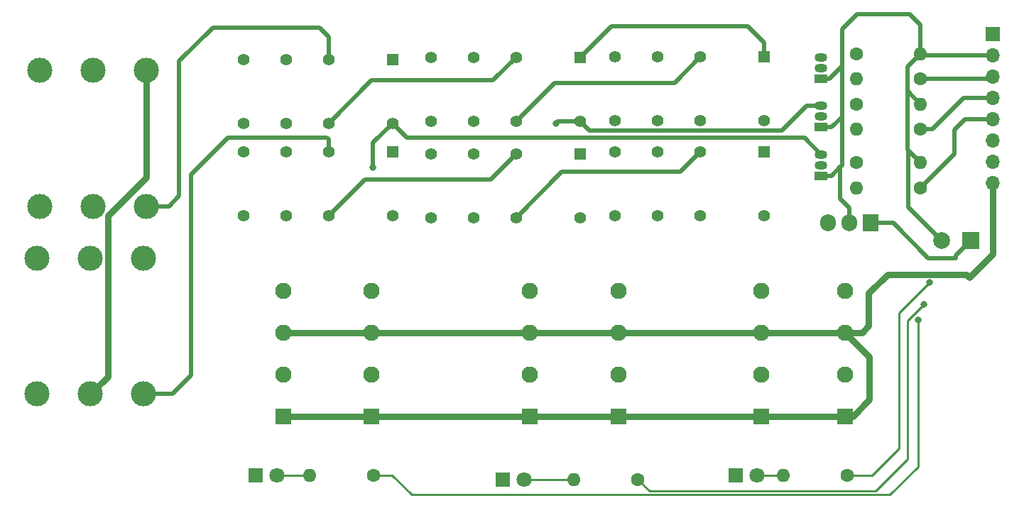
<source format=gbr>
%TF.GenerationSoftware,KiCad,Pcbnew,7.0.9*%
%TF.CreationDate,2024-06-30T00:12:16-04:00*%
%TF.ProjectId,Loop Board 3 Jackless Output,4c6f6f70-2042-46f6-9172-642033204a61,rev?*%
%TF.SameCoordinates,Original*%
%TF.FileFunction,Copper,L2,Bot*%
%TF.FilePolarity,Positive*%
%FSLAX46Y46*%
G04 Gerber Fmt 4.6, Leading zero omitted, Abs format (unit mm)*
G04 Created by KiCad (PCBNEW 7.0.9) date 2024-06-30 00:12:16*
%MOMM*%
%LPD*%
G01*
G04 APERTURE LIST*
%TA.AperFunction,ComponentPad*%
%ADD10C,1.400000*%
%TD*%
%TA.AperFunction,ComponentPad*%
%ADD11R,1.400000X1.400000*%
%TD*%
%TA.AperFunction,ComponentPad*%
%ADD12R,1.700000X1.700000*%
%TD*%
%TA.AperFunction,ComponentPad*%
%ADD13O,1.700000X1.700000*%
%TD*%
%TA.AperFunction,ComponentPad*%
%ADD14O,1.500000X1.050000*%
%TD*%
%TA.AperFunction,ComponentPad*%
%ADD15R,1.500000X1.050000*%
%TD*%
%TA.AperFunction,ComponentPad*%
%ADD16R,1.950000X1.950000*%
%TD*%
%TA.AperFunction,ComponentPad*%
%ADD17C,1.950000*%
%TD*%
%TA.AperFunction,ComponentPad*%
%ADD18R,1.800000X1.800000*%
%TD*%
%TA.AperFunction,ComponentPad*%
%ADD19C,1.800000*%
%TD*%
%TA.AperFunction,ComponentPad*%
%ADD20O,1.600000X1.600000*%
%TD*%
%TA.AperFunction,ComponentPad*%
%ADD21C,1.600000*%
%TD*%
%TA.AperFunction,ComponentPad*%
%ADD22C,3.000000*%
%TD*%
%TA.AperFunction,ComponentPad*%
%ADD23R,1.905000X2.000000*%
%TD*%
%TA.AperFunction,ComponentPad*%
%ADD24O,1.905000X2.000000*%
%TD*%
%TA.AperFunction,ComponentPad*%
%ADD25R,2.000000X2.000000*%
%TD*%
%TA.AperFunction,ComponentPad*%
%ADD26C,2.000000*%
%TD*%
%TA.AperFunction,ViaPad*%
%ADD27C,0.800000*%
%TD*%
%TA.AperFunction,Conductor*%
%ADD28C,0.500000*%
%TD*%
%TA.AperFunction,Conductor*%
%ADD29C,0.750000*%
%TD*%
%TA.AperFunction,Conductor*%
%ADD30C,0.250000*%
%TD*%
G04 APERTURE END LIST*
D10*
%TO.P,Right3,16*%
%TO.N,Net-(QL3-D)*%
X167520000Y-51720000D03*
%TO.P,Right3,13*%
%TO.N,Net-(Right2-Pad4)*%
X159900000Y-51720000D03*
%TO.P,Right3,11*%
%TO.N,Net-(Right3-Pad11)*%
X154820000Y-51720000D03*
%TO.P,Right3,9*%
%TO.N,/R_send3*%
X149740000Y-51720000D03*
%TO.P,Right3,8*%
%TO.N,/R_Return3*%
X149740000Y-44100000D03*
%TO.P,Right3,6*%
%TO.N,Net-(Right3-Pad11)*%
X154820000Y-44100000D03*
%TO.P,Right3,4*%
%TO.N,/R_out*%
X159900000Y-44100000D03*
D11*
%TO.P,Right3,1*%
%TO.N,/5V*%
X167520000Y-44100000D03*
%TD*%
D12*
%TO.P,J2,1,Pin_1*%
%TO.N,/9V*%
X239100000Y-41080000D03*
D13*
%TO.P,J2,2,Pin_2*%
%TO.N,/Ctrl_GND*%
X239100000Y-43620000D03*
%TO.P,J2,3,Pin_3*%
%TO.N,/Control1*%
X239100000Y-46160000D03*
%TO.P,J2,4,Pin_4*%
%TO.N,/Control2*%
X239100000Y-48700000D03*
%TO.P,J2,5,Pin_5*%
%TO.N,/Control3*%
X239100000Y-51240000D03*
%TO.P,J2,6,Pin_6*%
%TO.N,/R_in*%
X239100000Y-53780000D03*
%TO.P,J2,7,Pin_7*%
%TO.N,/L_in*%
X239100000Y-56320000D03*
%TO.P,J2,8,Pin_8*%
%TO.N,/Signal_Gnd*%
X239100000Y-58860000D03*
%TD*%
D14*
%TO.P,QL3,3,D*%
%TO.N,Net-(QL3-D)*%
X218640000Y-55420000D03*
%TO.P,QL3,2,G*%
%TO.N,Net-(QL3-G)*%
X218640000Y-56690000D03*
D15*
%TO.P,QL3,1,S*%
%TO.N,/Ctrl_GND*%
X218640000Y-57960000D03*
%TD*%
D16*
%TO.P,Return2,1,Pin_1*%
%TO.N,/Signal_Gnd*%
X183862500Y-86700000D03*
D17*
%TO.P,Return2,2,Pin_2*%
%TO.N,/R_Return2*%
X183862500Y-81700000D03*
%TO.P,Return2,3,Pin_3*%
%TO.N,/Signal_Gnd*%
X183862500Y-76700000D03*
%TO.P,Return2,4,Pin_4*%
%TO.N,/L_Return2*%
X183862500Y-71700000D03*
%TD*%
D18*
%TO.P,D2,1,K*%
%TO.N,/Ctrl_GND*%
X180687500Y-94200000D03*
D19*
%TO.P,D2,2,A*%
%TO.N,Net-(D2-A)*%
X183227500Y-94200000D03*
%TD*%
D20*
%TO.P,LeftPD2,2*%
%TO.N,/Ctrl_GND*%
X230450000Y-49420000D03*
D21*
%TO.P,LeftPD2,1*%
%TO.N,Net-(QL2-G)*%
X222830000Y-49420000D03*
%TD*%
D16*
%TO.P,Send3,1,Pin_1*%
%TO.N,/Signal_Gnd*%
X165000000Y-86700000D03*
D17*
%TO.P,Send3,2,Pin_2*%
%TO.N,/R_send3*%
X165000000Y-81700000D03*
%TO.P,Send3,3,Pin_3*%
%TO.N,/Signal_Gnd*%
X165000000Y-76700000D03*
%TO.P,Send3,4,Pin_4*%
%TO.N,/L_Send3*%
X165000000Y-71700000D03*
%TD*%
D22*
%TO.P,R1,R*%
%TO.N,unconnected-(R1-PadR)*%
X131785000Y-61615000D03*
%TO.P,R1,RN*%
%TO.N,unconnected-(R1-PadRN)*%
X131785000Y-45385000D03*
%TO.P,R1,S*%
%TO.N,/Signal_Gnd*%
X125435000Y-61615000D03*
%TO.P,R1,SN*%
%TO.N,unconnected-(R1-PadSN)*%
X125435000Y-45385000D03*
%TO.P,R1,T*%
%TO.N,/R_out*%
X138135000Y-61615000D03*
%TO.P,R1,TN*%
%TO.N,Net-(L/Mono1-PadR)*%
X138135000Y-45385000D03*
%TD*%
D10*
%TO.P,Left/Mono3,16*%
%TO.N,Net-(QL3-D)*%
X167520000Y-62720000D03*
%TO.P,Left/Mono3,13*%
%TO.N,Net-(Left/Mono2-Pad4)*%
X159900000Y-62720000D03*
%TO.P,Left/Mono3,11*%
%TO.N,Net-(Left/Mono3-Pad11)*%
X154820000Y-62720000D03*
%TO.P,Left/Mono3,9*%
%TO.N,/L_Send3*%
X149740000Y-62720000D03*
%TO.P,Left/Mono3,8*%
%TO.N,/L_Return3*%
X149740000Y-55100000D03*
%TO.P,Left/Mono3,6*%
%TO.N,Net-(Left/Mono3-Pad11)*%
X154820000Y-55100000D03*
%TO.P,Left/Mono3,4*%
%TO.N,/L_out*%
X159900000Y-55100000D03*
D11*
%TO.P,Left/Mono3,1*%
%TO.N,/5V*%
X167520000Y-55100000D03*
%TD*%
D23*
%TO.P,U1,1,IN*%
%TO.N,/9V*%
X224540000Y-63600000D03*
D24*
%TO.P,U1,2,GND*%
%TO.N,/Ctrl_GND*%
X222000000Y-63600000D03*
%TO.P,U1,3,OUT*%
%TO.N,/5V*%
X219460000Y-63600000D03*
%TD*%
D20*
%TO.P,LeftPD3,2*%
%TO.N,/Ctrl_GND*%
X230450000Y-56420000D03*
D21*
%TO.P,LeftPD3,1*%
%TO.N,Net-(QL3-G)*%
X222830000Y-56420000D03*
%TD*%
%TO.P,RLed1,1*%
%TO.N,/Control1*%
X221772500Y-93700000D03*
D20*
%TO.P,RLed1,2*%
%TO.N,Net-(D1-A)*%
X214152500Y-93700000D03*
%TD*%
D14*
%TO.P,QL2,3,D*%
%TO.N,Net-(QL2-D)*%
X218640000Y-49630000D03*
%TO.P,QL2,2,G*%
%TO.N,Net-(QL2-G)*%
X218640000Y-50900000D03*
D15*
%TO.P,QL2,1,S*%
%TO.N,/Ctrl_GND*%
X218640000Y-52170000D03*
%TD*%
D20*
%TO.P,LGate3,2*%
%TO.N,Net-(QL3-G)*%
X222830000Y-59420000D03*
D21*
%TO.P,LGate3,1*%
%TO.N,/Control3*%
X230450000Y-59420000D03*
%TD*%
D16*
%TO.P,Send2,1,Pin_1*%
%TO.N,/Signal_Gnd*%
X194500000Y-86700000D03*
D17*
%TO.P,Send2,2,Pin_2*%
%TO.N,/R_send2*%
X194500000Y-81700000D03*
%TO.P,Send2,3,Pin_3*%
%TO.N,/Signal_Gnd*%
X194500000Y-76700000D03*
%TO.P,Send2,4,Pin_4*%
%TO.N,/L_Send2*%
X194500000Y-71700000D03*
%TD*%
D10*
%TO.P,Left/Mono1,16*%
%TO.N,Net-(QL1-D)*%
X211840000Y-62777500D03*
%TO.P,Left/Mono1,13*%
%TO.N,/L_in*%
X204220000Y-62777500D03*
%TO.P,Left/Mono1,11*%
%TO.N,Net-(Left/Mono1-Pad11)*%
X199140000Y-62777500D03*
%TO.P,Left/Mono1,9*%
%TO.N,/L_Send1*%
X194060000Y-62777500D03*
%TO.P,Left/Mono1,8*%
%TO.N,/L_Return1*%
X194060000Y-55157500D03*
%TO.P,Left/Mono1,6*%
%TO.N,Net-(Left/Mono1-Pad11)*%
X199140000Y-55157500D03*
%TO.P,Left/Mono1,4*%
%TO.N,Net-(Left/Mono1-Pad4)*%
X204220000Y-55157500D03*
D11*
%TO.P,Left/Mono1,1*%
%TO.N,/5V*%
X211840000Y-55157500D03*
%TD*%
D14*
%TO.P,QL1,3,D*%
%TO.N,Net-(QL1-D)*%
X218640000Y-43840000D03*
%TO.P,QL1,2,G*%
%TO.N,Net-(QL1-G)*%
X218640000Y-45110000D03*
D15*
%TO.P,QL1,1,S*%
%TO.N,/Ctrl_GND*%
X218640000Y-46380000D03*
%TD*%
D22*
%TO.P,L/Mono1,R*%
%TO.N,Net-(L/Mono1-PadR)*%
X131485000Y-84015000D03*
%TO.P,L/Mono1,RN*%
%TO.N,unconnected-(L/Mono1-PadRN)*%
X131485000Y-67785000D03*
%TO.P,L/Mono1,S*%
%TO.N,/Signal_Gnd*%
X125135000Y-84015000D03*
%TO.P,L/Mono1,SN*%
%TO.N,unconnected-(L/Mono1-PadSN)*%
X125135000Y-67785000D03*
%TO.P,L/Mono1,T*%
%TO.N,/L_out*%
X137835000Y-84015000D03*
%TO.P,L/Mono1,TN*%
%TO.N,unconnected-(L/Mono1-PadTN)*%
X137835000Y-67785000D03*
%TD*%
D10*
%TO.P,Right1,16*%
%TO.N,Net-(QL1-D)*%
X211840000Y-51420000D03*
%TO.P,Right1,13*%
%TO.N,/R_in*%
X204220000Y-51420000D03*
%TO.P,Right1,11*%
%TO.N,Net-(Right1-Pad11)*%
X199140000Y-51420000D03*
%TO.P,Right1,9*%
%TO.N,/R_send1*%
X194060000Y-51420000D03*
%TO.P,Right1,8*%
%TO.N,/R_Return1*%
X194060000Y-43800000D03*
%TO.P,Right1,6*%
%TO.N,Net-(Right1-Pad11)*%
X199140000Y-43800000D03*
%TO.P,Right1,4*%
%TO.N,Net-(Right1-Pad4)*%
X204220000Y-43800000D03*
D11*
%TO.P,Right1,1*%
%TO.N,/5V*%
X211840000Y-43800000D03*
%TD*%
D16*
%TO.P,Return3,1,Pin_1*%
%TO.N,/Signal_Gnd*%
X154500000Y-86700000D03*
D17*
%TO.P,Return3,2,Pin_2*%
%TO.N,/R_Return3*%
X154500000Y-81700000D03*
%TO.P,Return3,3,Pin_3*%
%TO.N,/Signal_Gnd*%
X154500000Y-76700000D03*
%TO.P,Return3,4,Pin_4*%
%TO.N,/L_Return3*%
X154500000Y-71700000D03*
%TD*%
D20*
%TO.P,LGate2,2*%
%TO.N,Net-(QL2-G)*%
X222830000Y-52420000D03*
D21*
%TO.P,LGate2,1*%
%TO.N,/Control2*%
X230450000Y-52420000D03*
%TD*%
D20*
%TO.P,LGate1,2*%
%TO.N,Net-(QL1-G)*%
X222830000Y-46420000D03*
D21*
%TO.P,LGate1,1*%
%TO.N,/Control1*%
X230450000Y-46420000D03*
%TD*%
D18*
%TO.P,D3,1,K*%
%TO.N,/Ctrl_GND*%
X151187500Y-93700000D03*
D19*
%TO.P,D3,2,A*%
%TO.N,Net-(D3-A)*%
X153727500Y-93700000D03*
%TD*%
D16*
%TO.P,Return1,1,Pin_1*%
%TO.N,/Signal_Gnd*%
X211500000Y-86700000D03*
D17*
%TO.P,Return1,2,Pin_2*%
%TO.N,/R_Return1*%
X211500000Y-81700000D03*
%TO.P,Return1,3,Pin_3*%
%TO.N,/Signal_Gnd*%
X211500000Y-76700000D03*
%TO.P,Return1,4,Pin_4*%
%TO.N,/L_Return1*%
X211500000Y-71700000D03*
%TD*%
D16*
%TO.P,Send1,1,Pin_1*%
%TO.N,/Signal_Gnd*%
X221500000Y-86700000D03*
D17*
%TO.P,Send1,2,Pin_2*%
%TO.N,/R_send1*%
X221500000Y-81700000D03*
%TO.P,Send1,3,Pin_3*%
%TO.N,/Signal_Gnd*%
X221500000Y-76700000D03*
%TO.P,Send1,4,Pin_4*%
%TO.N,/L_Send1*%
X221500000Y-71700000D03*
%TD*%
D18*
%TO.P,D1,1,K*%
%TO.N,/Ctrl_GND*%
X208422500Y-93700000D03*
D19*
%TO.P,D1,2,A*%
%TO.N,Net-(D1-A)*%
X210962500Y-93700000D03*
%TD*%
D25*
%TO.P,C1,1*%
%TO.N,/9V*%
X236500000Y-65700000D03*
D26*
%TO.P,C1,2*%
%TO.N,/Ctrl_GND*%
X233000000Y-65700000D03*
%TD*%
D20*
%TO.P,LeftPD1,2*%
%TO.N,/Ctrl_GND*%
X230450000Y-43420000D03*
D21*
%TO.P,LeftPD1,1*%
%TO.N,Net-(QL1-G)*%
X222830000Y-43420000D03*
%TD*%
D10*
%TO.P,Left/Mono2,16*%
%TO.N,Net-(QL2-D)*%
X189877500Y-62982500D03*
%TO.P,Left/Mono2,13*%
%TO.N,Net-(Left/Mono1-Pad4)*%
X182257500Y-62982500D03*
%TO.P,Left/Mono2,11*%
%TO.N,Net-(Left/Mono2-Pad11)*%
X177177500Y-62982500D03*
%TO.P,Left/Mono2,9*%
%TO.N,/L_Send2*%
X172097500Y-62982500D03*
%TO.P,Left/Mono2,8*%
%TO.N,/L_Return2*%
X172097500Y-55362500D03*
%TO.P,Left/Mono2,6*%
%TO.N,Net-(Left/Mono2-Pad11)*%
X177177500Y-55362500D03*
%TO.P,Left/Mono2,4*%
%TO.N,Net-(Left/Mono2-Pad4)*%
X182257500Y-55362500D03*
D11*
%TO.P,Left/Mono2,1*%
%TO.N,/5V*%
X189877500Y-55362500D03*
%TD*%
D10*
%TO.P,Right2,16*%
%TO.N,Net-(QL2-D)*%
X189877500Y-51482500D03*
%TO.P,Right2,13*%
%TO.N,Net-(Right1-Pad4)*%
X182257500Y-51482500D03*
%TO.P,Right2,11*%
%TO.N,Net-(Right2-Pad11)*%
X177177500Y-51482500D03*
%TO.P,Right2,9*%
%TO.N,/R_send2*%
X172097500Y-51482500D03*
%TO.P,Right2,8*%
%TO.N,/R_Return2*%
X172097500Y-43862500D03*
%TO.P,Right2,6*%
%TO.N,Net-(Right2-Pad11)*%
X177177500Y-43862500D03*
%TO.P,Right2,4*%
%TO.N,Net-(Right2-Pad4)*%
X182257500Y-43862500D03*
D11*
%TO.P,Right2,1*%
%TO.N,/5V*%
X189877500Y-43862500D03*
%TD*%
D21*
%TO.P,RLed3,1*%
%TO.N,/Control3*%
X165272500Y-93700000D03*
D20*
%TO.P,RLed3,2*%
%TO.N,Net-(D3-A)*%
X157652500Y-93700000D03*
%TD*%
D21*
%TO.P,RLed2,1*%
%TO.N,/Control2*%
X196772500Y-94200000D03*
D20*
%TO.P,RLed2,2*%
%TO.N,Net-(D2-A)*%
X189152500Y-94200000D03*
%TD*%
D27*
%TO.N,/Control3*%
X230200000Y-75200000D03*
%TO.N,/Control2*%
X230900000Y-73300000D03*
%TO.N,/Control1*%
X231524500Y-70700000D03*
%TO.N,Net-(QL2-D)*%
X187000000Y-51700000D03*
%TO.N,Net-(QL3-D)*%
X165200000Y-57000000D03*
%TD*%
D28*
%TO.N,/L_out*%
X143500000Y-81800000D02*
X141285000Y-84015000D01*
X143500000Y-57800000D02*
X143500000Y-81800000D01*
X159700000Y-53400000D02*
X147900000Y-53400000D01*
X141285000Y-84015000D02*
X137835000Y-84015000D01*
X159900000Y-53600000D02*
X159700000Y-53400000D01*
X147900000Y-53400000D02*
X143500000Y-57800000D01*
X159900000Y-55100000D02*
X159900000Y-53600000D01*
%TO.N,/R_out*%
X140885000Y-61615000D02*
X138135000Y-61615000D01*
X146100000Y-40300000D02*
X142100000Y-44300000D01*
X142100000Y-44300000D02*
X142100000Y-60400000D01*
X158800000Y-40300000D02*
X146100000Y-40300000D01*
X159900000Y-41400000D02*
X158800000Y-40300000D01*
X142100000Y-60400000D02*
X140885000Y-61615000D01*
X159900000Y-44100000D02*
X159900000Y-41400000D01*
D29*
%TO.N,Net-(L/Mono1-PadR)*%
X138135000Y-58199494D02*
X138135000Y-45385000D01*
X133560000Y-81940000D02*
X133560000Y-62774494D01*
X131485000Y-84015000D02*
X133560000Y-81940000D01*
X133560000Y-62774494D02*
X138135000Y-58199494D01*
D30*
%TO.N,Net-(D3-A)*%
X157652500Y-93700000D02*
X153727500Y-93700000D01*
%TO.N,Net-(D2-A)*%
X189152500Y-94200000D02*
X183227500Y-94200000D01*
%TO.N,Net-(D1-A)*%
X214152500Y-93700000D02*
X210962500Y-93700000D01*
D29*
%TO.N,/Signal_Gnd*%
X165000000Y-86700000D02*
X154500000Y-86700000D01*
X183862500Y-86700000D02*
X165000000Y-86700000D01*
X194500000Y-86700000D02*
X183862500Y-86700000D01*
X211500000Y-86700000D02*
X194500000Y-86700000D01*
X221500000Y-86700000D02*
X211500000Y-86700000D01*
X224400000Y-84700000D02*
X222400000Y-86700000D01*
X222400000Y-86700000D02*
X221500000Y-86700000D01*
X224400000Y-79600000D02*
X224400000Y-84700000D01*
X221500000Y-76700000D02*
X224400000Y-79600000D01*
X165000000Y-76700000D02*
X154500000Y-76700000D01*
X183862500Y-76700000D02*
X165000000Y-76700000D01*
X194500000Y-76700000D02*
X183862500Y-76700000D01*
X211500000Y-76700000D02*
X194500000Y-76700000D01*
X221500000Y-76700000D02*
X211500000Y-76700000D01*
X223500000Y-76700000D02*
X221500000Y-76700000D01*
X224300000Y-75900000D02*
X223500000Y-76700000D01*
X224300000Y-72000000D02*
X224300000Y-75900000D01*
X226575000Y-69725000D02*
X224300000Y-72000000D01*
X235925000Y-69725000D02*
X226575000Y-69725000D01*
X236300000Y-70100000D02*
X235925000Y-69725000D01*
X239100000Y-67300000D02*
X236300000Y-70100000D01*
X239100000Y-58860000D02*
X239100000Y-67300000D01*
D30*
%TO.N,/Control3*%
X167500000Y-93700000D02*
X165272500Y-93700000D01*
X169850000Y-96050000D02*
X167500000Y-93700000D01*
X226850000Y-96050000D02*
X169850000Y-96050000D01*
X230200000Y-92700000D02*
X226850000Y-96050000D01*
X230200000Y-75200000D02*
X230200000Y-92700000D01*
%TO.N,/Control2*%
X198172500Y-95600000D02*
X196772500Y-94200000D01*
X225100000Y-95600000D02*
X198172500Y-95600000D01*
X228900000Y-75300000D02*
X228900000Y-91800000D01*
X230900000Y-73300000D02*
X228900000Y-75300000D01*
X228900000Y-91800000D02*
X225100000Y-95600000D01*
%TO.N,/Control1*%
X224700000Y-93700000D02*
X221772500Y-93700000D01*
X227900000Y-90500000D02*
X224700000Y-93700000D01*
X227900000Y-74324500D02*
X227900000Y-90500000D01*
X231524500Y-70700000D02*
X227900000Y-74324500D01*
D28*
%TO.N,Net-(QL2-D)*%
X187217500Y-51482500D02*
X187000000Y-51700000D01*
X189877500Y-51482500D02*
X187217500Y-51482500D01*
%TO.N,Net-(QL3-D)*%
X165200000Y-54040000D02*
X165200000Y-57000000D01*
X167520000Y-51720000D02*
X165200000Y-54040000D01*
%TO.N,/5V*%
X193640000Y-40100000D02*
X189877500Y-43862500D01*
X211840000Y-42040000D02*
X209900000Y-40100000D01*
X211840000Y-43800000D02*
X211840000Y-42040000D01*
X209900000Y-40100000D02*
X193640000Y-40100000D01*
%TO.N,Net-(Left/Mono2-Pad4)*%
X164220000Y-58400000D02*
X159900000Y-62720000D01*
X182257500Y-55362500D02*
X179220000Y-58400000D01*
X179220000Y-58400000D02*
X164220000Y-58400000D01*
%TO.N,Net-(Right2-Pad4)*%
X179520000Y-46600000D02*
X165020000Y-46600000D01*
X165020000Y-46600000D02*
X159900000Y-51720000D01*
X182257500Y-43862500D02*
X179520000Y-46600000D01*
%TO.N,Net-(Right1-Pad4)*%
X186840000Y-46900000D02*
X182257500Y-51482500D01*
X204220000Y-43800000D02*
X201120000Y-46900000D01*
X201120000Y-46900000D02*
X186840000Y-46900000D01*
%TO.N,Net-(Left/Mono1-Pad4)*%
X187740000Y-57500000D02*
X182257500Y-62982500D01*
X201877500Y-57500000D02*
X187740000Y-57500000D01*
X204220000Y-55157500D02*
X201877500Y-57500000D01*
%TO.N,Net-(QL3-D)*%
X169200000Y-53400000D02*
X167520000Y-51720000D01*
X216620000Y-53400000D02*
X169200000Y-53400000D01*
X218640000Y-55420000D02*
X216620000Y-53400000D01*
%TO.N,Net-(QL2-D)*%
X216870000Y-49630000D02*
X213930000Y-52570000D01*
X213930000Y-52570000D02*
X190965000Y-52570000D01*
X190965000Y-52570000D02*
X189877500Y-51482500D01*
X218640000Y-49630000D02*
X216870000Y-49630000D01*
%TO.N,/9V*%
X227200000Y-63600000D02*
X224540000Y-63600000D01*
X231400000Y-67800000D02*
X227200000Y-63600000D01*
X234700000Y-67500000D02*
X234700000Y-67800000D01*
X236500000Y-65700000D02*
X234700000Y-67500000D01*
X234700000Y-67800000D02*
X231400000Y-67800000D01*
%TO.N,/Ctrl_GND*%
X222000000Y-61800000D02*
X220925000Y-60725000D01*
X220925000Y-60725000D02*
X220925000Y-56925000D01*
X222000000Y-63600000D02*
X222000000Y-61800000D01*
X221100000Y-56750000D02*
X220925000Y-56925000D01*
X220925000Y-56925000D02*
X219890000Y-57960000D01*
X229000000Y-54970000D02*
X228900000Y-54870000D01*
X233000000Y-65700000D02*
X229000000Y-61700000D01*
X229000000Y-61700000D02*
X229000000Y-54970000D01*
%TO.N,/Control3*%
X234500000Y-52500000D02*
X235760000Y-51240000D01*
X234500000Y-55370000D02*
X234500000Y-52500000D01*
X230450000Y-59420000D02*
X234500000Y-55370000D01*
X235760000Y-51240000D02*
X239100000Y-51240000D01*
%TO.N,/Control2*%
X230450000Y-52420000D02*
X231880000Y-52420000D01*
X231880000Y-52420000D02*
X235600000Y-48700000D01*
X235600000Y-48700000D02*
X239100000Y-48700000D01*
%TO.N,/Control1*%
X238840000Y-46420000D02*
X239100000Y-46160000D01*
X230450000Y-46420000D02*
X238840000Y-46420000D01*
%TO.N,/Ctrl_GND*%
X228900000Y-47870000D02*
X230450000Y-49420000D01*
X228900000Y-47400000D02*
X228900000Y-47870000D01*
X228900000Y-47400000D02*
X228900000Y-54870000D01*
X228900000Y-44970000D02*
X228900000Y-47400000D01*
X228900000Y-54870000D02*
X230450000Y-56420000D01*
X230450000Y-43420000D02*
X228900000Y-44970000D01*
X219890000Y-57960000D02*
X218640000Y-57960000D01*
X221100000Y-50960000D02*
X221100000Y-56750000D01*
X219890000Y-52170000D02*
X218640000Y-52170000D01*
X221100000Y-44900000D02*
X221100000Y-50960000D01*
X221100000Y-50960000D02*
X219890000Y-52170000D01*
X219620000Y-46380000D02*
X218640000Y-46380000D01*
X221100000Y-44900000D02*
X219620000Y-46380000D01*
X221100000Y-40500000D02*
X221100000Y-44900000D01*
X222900000Y-38700000D02*
X221100000Y-40500000D01*
X229200000Y-38700000D02*
X222900000Y-38700000D01*
X230450000Y-39950000D02*
X229200000Y-38700000D01*
X230450000Y-43420000D02*
X230450000Y-39950000D01*
X230650000Y-43620000D02*
X230450000Y-43420000D01*
X239100000Y-43620000D02*
X230650000Y-43620000D01*
%TD*%
M02*

</source>
